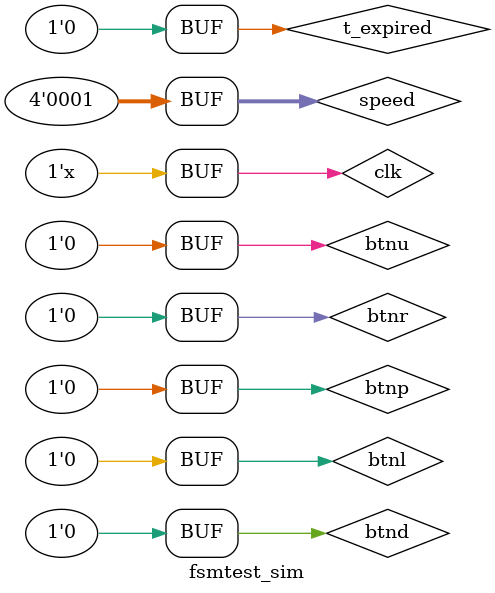
<source format=v>
`timescale 1ns / 1ps


module fsmtest_sim;

	// Inputs
	reg clk;
	reg btnl;
	reg btnd;
	reg btnr;
	reg btnp;
	reg btnu;
	reg [3:0] speed;

	// Outputs
	wire [7:2] led;
	wire [6:0] seg;
	wire [3:0] an;

	// Instantiate the Unit Under Test (UUT)
	FSMTest uut (
		.clk(clk), 
		.btnl(btnl), 
		.btnd(btnd), 
		.btnr(btnr), 
		.btnp(btnp), 
		.btnu(btnu), 
		.speed(speed), 
		.led(led), 
		.seg(seg), 
		.an(an)
	);

	initial begin
		// Initialize Inputs
		clk = 0;
		btnl = 0;
		btnd = 0;
		btnr = 0;
		btnp = 0;
		btnu = 0;
		speed = 0;

		// Wait 100 ns for global reset to finish
		#100;
        
		// Add stimulus here
		#10 speed = 4'b0001;
		#10 btnr = 1;
		#1 btnr = 0;
		#10 t_expired = 1;speed = 4'b0001;
		#10 t_expired = 0;speed = 4'b0001;
		#10 t_expired = 1;speed = 4'b0001;
		#10 t_expired = 0;speed = 4'b0001;
		#10 t_expired = 1;speed = 4'b0001;
		#10 t_expired = 0;
	end
   always 
		#1  clk =  ! clk;
endmodule


</source>
